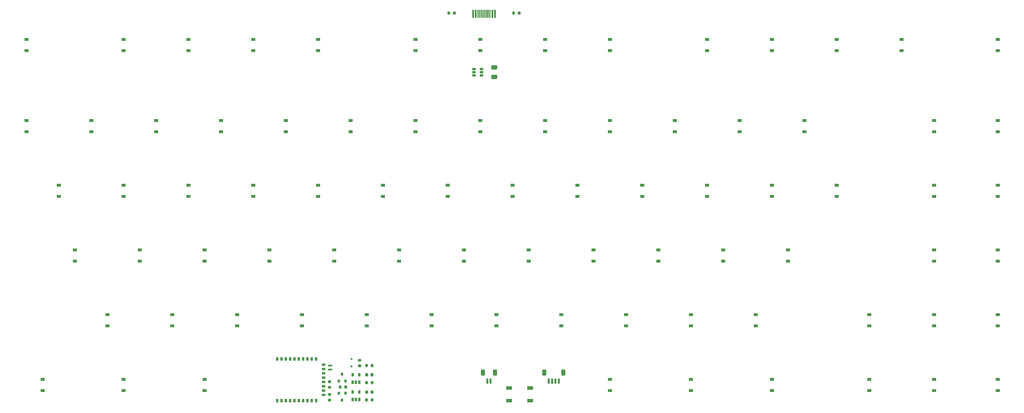
<source format=gbp>
G04 #@! TF.GenerationSoftware,KiCad,Pcbnew,(5.1.9)-1*
G04 #@! TF.CreationDate,2021-03-25T09:11:33+08:00*
G04 #@! TF.ProjectId,ridhaulakbar75,72696468-6175-46c6-916b-62617237352e,rev?*
G04 #@! TF.SameCoordinates,Original*
G04 #@! TF.FileFunction,Paste,Bot*
G04 #@! TF.FilePolarity,Positive*
%FSLAX46Y46*%
G04 Gerber Fmt 4.6, Leading zero omitted, Abs format (unit mm)*
G04 Created by KiCad (PCBNEW (5.1.9)-1) date 2021-03-25 09:11:33*
%MOMM*%
%LPD*%
G01*
G04 APERTURE LIST*
%ADD10R,0.600000X2.450000*%
%ADD11R,0.300000X2.450000*%
%ADD12R,1.060000X0.650000*%
%ADD13R,1.800000X1.100000*%
%ADD14R,0.800000X0.900000*%
%ADD15R,0.650000X1.060000*%
%ADD16R,1.200000X0.600000*%
%ADD17R,1.000000X0.650000*%
%ADD18R,0.650000X1.000000*%
%ADD19R,0.500000X0.500000*%
%ADD20R,1.200000X0.900000*%
G04 APERTURE END LIST*
D10*
X210393750Y-82807500D03*
X203943750Y-82807500D03*
X209618750Y-82807500D03*
X204718750Y-82807500D03*
D11*
X205418750Y-82807500D03*
X208918750Y-82807500D03*
X205918750Y-82807500D03*
X208418750Y-82807500D03*
X206418750Y-82807500D03*
X207918750Y-82807500D03*
X207418750Y-82807500D03*
X206918750Y-82807500D03*
D12*
X206459000Y-99949000D03*
X206459000Y-100899000D03*
X206459000Y-98999000D03*
X204259000Y-98999000D03*
X204259000Y-99949000D03*
X204259000Y-100899000D03*
G36*
G01*
X216268750Y-82275000D02*
X216268750Y-82825000D01*
G75*
G02*
X216068750Y-83025000I-200000J0D01*
G01*
X215668750Y-83025000D01*
G75*
G02*
X215468750Y-82825000I0J200000D01*
G01*
X215468750Y-82275000D01*
G75*
G02*
X215668750Y-82075000I200000J0D01*
G01*
X216068750Y-82075000D01*
G75*
G02*
X216268750Y-82275000I0J-200000D01*
G01*
G37*
G36*
G01*
X217918750Y-82275000D02*
X217918750Y-82825000D01*
G75*
G02*
X217718750Y-83025000I-200000J0D01*
G01*
X217318750Y-83025000D01*
G75*
G02*
X217118750Y-82825000I0J200000D01*
G01*
X217118750Y-82275000D01*
G75*
G02*
X217318750Y-82075000I200000J0D01*
G01*
X217718750Y-82075000D01*
G75*
G02*
X217918750Y-82275000I0J-200000D01*
G01*
G37*
G36*
G01*
X198068750Y-82825000D02*
X198068750Y-82275000D01*
G75*
G02*
X198268750Y-82075000I200000J0D01*
G01*
X198668750Y-82075000D01*
G75*
G02*
X198868750Y-82275000I0J-200000D01*
G01*
X198868750Y-82825000D01*
G75*
G02*
X198668750Y-83025000I-200000J0D01*
G01*
X198268750Y-83025000D01*
G75*
G02*
X198068750Y-82825000I0J200000D01*
G01*
G37*
G36*
G01*
X196418750Y-82825000D02*
X196418750Y-82275000D01*
G75*
G02*
X196618750Y-82075000I200000J0D01*
G01*
X197018750Y-82075000D01*
G75*
G02*
X197218750Y-82275000I0J-200000D01*
G01*
X197218750Y-82825000D01*
G75*
G02*
X197018750Y-83025000I-200000J0D01*
G01*
X196618750Y-83025000D01*
G75*
G02*
X196418750Y-82825000I0J200000D01*
G01*
G37*
G36*
G01*
X210810000Y-99174000D02*
X209560000Y-99174000D01*
G75*
G02*
X209310000Y-98924000I0J250000D01*
G01*
X209310000Y-98174000D01*
G75*
G02*
X209560000Y-97924000I250000J0D01*
G01*
X210810000Y-97924000D01*
G75*
G02*
X211060000Y-98174000I0J-250000D01*
G01*
X211060000Y-98924000D01*
G75*
G02*
X210810000Y-99174000I-250000J0D01*
G01*
G37*
G36*
G01*
X210810000Y-101974000D02*
X209560000Y-101974000D01*
G75*
G02*
X209310000Y-101724000I0J250000D01*
G01*
X209310000Y-100974000D01*
G75*
G02*
X209560000Y-100724000I250000J0D01*
G01*
X210810000Y-100724000D01*
G75*
G02*
X211060000Y-100974000I0J-250000D01*
G01*
X211060000Y-101724000D01*
G75*
G02*
X210810000Y-101974000I-250000J0D01*
G01*
G37*
D13*
X220754250Y-192968000D03*
X214554250Y-196668000D03*
X220754250Y-196668000D03*
X214554250Y-192968000D03*
G36*
G01*
X229479250Y-190287001D02*
X229479250Y-191537001D01*
G75*
G02*
X229329250Y-191687001I-150000J0D01*
G01*
X229029250Y-191687001D01*
G75*
G02*
X228879250Y-191537001I0J150000D01*
G01*
X228879250Y-190287001D01*
G75*
G02*
X229029250Y-190137001I150000J0D01*
G01*
X229329250Y-190137001D01*
G75*
G02*
X229479250Y-190287001I0J-150000D01*
G01*
G37*
G36*
G01*
X228479250Y-190287001D02*
X228479250Y-191537001D01*
G75*
G02*
X228329250Y-191687001I-150000J0D01*
G01*
X228029250Y-191687001D01*
G75*
G02*
X227879250Y-191537001I0J150000D01*
G01*
X227879250Y-190287001D01*
G75*
G02*
X228029250Y-190137001I150000J0D01*
G01*
X228329250Y-190137001D01*
G75*
G02*
X228479250Y-190287001I0J-150000D01*
G01*
G37*
G36*
G01*
X227479250Y-190287001D02*
X227479250Y-191537001D01*
G75*
G02*
X227329250Y-191687001I-150000J0D01*
G01*
X227029250Y-191687001D01*
G75*
G02*
X226879250Y-191537001I0J150000D01*
G01*
X226879250Y-190287001D01*
G75*
G02*
X227029250Y-190137001I150000J0D01*
G01*
X227329250Y-190137001D01*
G75*
G02*
X227479250Y-190287001I0J-150000D01*
G01*
G37*
G36*
G01*
X226479250Y-190287001D02*
X226479250Y-191537001D01*
G75*
G02*
X226329250Y-191687001I-150000J0D01*
G01*
X226029250Y-191687001D01*
G75*
G02*
X225879250Y-191537001I0J150000D01*
G01*
X225879250Y-190287001D01*
G75*
G02*
X226029250Y-190137001I150000J0D01*
G01*
X226329250Y-190137001D01*
G75*
G02*
X226479250Y-190287001I0J-150000D01*
G01*
G37*
G36*
G01*
X231079250Y-187737000D02*
X231079250Y-189037002D01*
G75*
G02*
X230829251Y-189287001I-249999J0D01*
G01*
X230129249Y-189287001D01*
G75*
G02*
X229879250Y-189037002I0J249999D01*
G01*
X229879250Y-187737000D01*
G75*
G02*
X230129249Y-187487001I249999J0D01*
G01*
X230829251Y-187487001D01*
G75*
G02*
X231079250Y-187737000I0J-249999D01*
G01*
G37*
G36*
G01*
X225479250Y-187737000D02*
X225479250Y-189037002D01*
G75*
G02*
X225229251Y-189287001I-249999J0D01*
G01*
X224529249Y-189287001D01*
G75*
G02*
X224279250Y-189037002I0J249999D01*
G01*
X224279250Y-187737000D01*
G75*
G02*
X224529249Y-187487001I249999J0D01*
G01*
X225229251Y-187487001D01*
G75*
G02*
X225479250Y-187737000I0J-249999D01*
G01*
G37*
G36*
G01*
X209429250Y-190287001D02*
X209429250Y-191537001D01*
G75*
G02*
X209279250Y-191687001I-150000J0D01*
G01*
X208979250Y-191687001D01*
G75*
G02*
X208829250Y-191537001I0J150000D01*
G01*
X208829250Y-190287001D01*
G75*
G02*
X208979250Y-190137001I150000J0D01*
G01*
X209279250Y-190137001D01*
G75*
G02*
X209429250Y-190287001I0J-150000D01*
G01*
G37*
G36*
G01*
X208429250Y-190287001D02*
X208429250Y-191537001D01*
G75*
G02*
X208279250Y-191687001I-150000J0D01*
G01*
X207979250Y-191687001D01*
G75*
G02*
X207829250Y-191537001I0J150000D01*
G01*
X207829250Y-190287001D01*
G75*
G02*
X207979250Y-190137001I150000J0D01*
G01*
X208279250Y-190137001D01*
G75*
G02*
X208429250Y-190287001I0J-150000D01*
G01*
G37*
G36*
G01*
X211029250Y-187737000D02*
X211029250Y-189037002D01*
G75*
G02*
X210779251Y-189287001I-249999J0D01*
G01*
X210079249Y-189287001D01*
G75*
G02*
X209829250Y-189037002I0J249999D01*
G01*
X209829250Y-187737000D01*
G75*
G02*
X210079249Y-187487001I249999J0D01*
G01*
X210779251Y-187487001D01*
G75*
G02*
X211029250Y-187737000I0J-249999D01*
G01*
G37*
G36*
G01*
X207429250Y-187737000D02*
X207429250Y-189037002D01*
G75*
G02*
X207179251Y-189287001I-249999J0D01*
G01*
X206479249Y-189287001D01*
G75*
G02*
X206229250Y-189037002I0J249999D01*
G01*
X206229250Y-187737000D01*
G75*
G02*
X206479249Y-187487001I249999J0D01*
G01*
X207179251Y-187487001D01*
G75*
G02*
X207429250Y-187737000I0J-249999D01*
G01*
G37*
D14*
X164531000Y-194454000D03*
X166431000Y-194454000D03*
X165481000Y-196454000D03*
X166431000Y-190865000D03*
X164531000Y-190865000D03*
X165481000Y-188865000D03*
D15*
X170495000Y-191270001D03*
X169545000Y-191270001D03*
X168595000Y-191270001D03*
X168595000Y-189070001D03*
X170495000Y-189070001D03*
X170495000Y-196354000D03*
X169545000Y-196354000D03*
X168595000Y-196354000D03*
X168595000Y-194154000D03*
X170495000Y-194154000D03*
D16*
X161968000Y-186330001D03*
X161968000Y-187530001D03*
D17*
X160020000Y-191110000D03*
X160020000Y-194920000D03*
X160020000Y-189840000D03*
X160020000Y-188570000D03*
X160020000Y-187300000D03*
X160020000Y-192380000D03*
X160020000Y-186030000D03*
X160020000Y-193650000D03*
D18*
X157801000Y-196619000D03*
X156531000Y-196619000D03*
X151451000Y-196619000D03*
X155261000Y-196619000D03*
X150181000Y-196619000D03*
X148911000Y-196619000D03*
X147641000Y-196619000D03*
X152721000Y-196619000D03*
X146371000Y-196619000D03*
X153991000Y-196619000D03*
X146371000Y-184381000D03*
X147641000Y-184381000D03*
X148911000Y-184381000D03*
X150181000Y-184381000D03*
X151451000Y-184381000D03*
X152721000Y-184381000D03*
X153991000Y-184381000D03*
X155261000Y-184381000D03*
X156531000Y-184381000D03*
X157801000Y-184381000D03*
G36*
G01*
X170340000Y-184341000D02*
X170890000Y-184341000D01*
G75*
G02*
X171090000Y-184541000I0J-200000D01*
G01*
X171090000Y-184941000D01*
G75*
G02*
X170890000Y-185141000I-200000J0D01*
G01*
X170340000Y-185141000D01*
G75*
G02*
X170140000Y-184941000I0J200000D01*
G01*
X170140000Y-184541000D01*
G75*
G02*
X170340000Y-184341000I200000J0D01*
G01*
G37*
G36*
G01*
X170340000Y-185991000D02*
X170890000Y-185991000D01*
G75*
G02*
X171090000Y-186191000I0J-200000D01*
G01*
X171090000Y-186591000D01*
G75*
G02*
X170890000Y-186791000I-200000J0D01*
G01*
X170340000Y-186791000D01*
G75*
G02*
X170140000Y-186591000I0J200000D01*
G01*
X170140000Y-186191000D01*
G75*
G02*
X170340000Y-185991000I200000J0D01*
G01*
G37*
G36*
G01*
X172257000Y-196699000D02*
X172257000Y-196149000D01*
G75*
G02*
X172457000Y-195949000I200000J0D01*
G01*
X172857000Y-195949000D01*
G75*
G02*
X173057000Y-196149000I0J-200000D01*
G01*
X173057000Y-196699000D01*
G75*
G02*
X172857000Y-196899000I-200000J0D01*
G01*
X172457000Y-196899000D01*
G75*
G02*
X172257000Y-196699000I0J200000D01*
G01*
G37*
G36*
G01*
X173907000Y-196699000D02*
X173907000Y-196149000D01*
G75*
G02*
X174107000Y-195949000I200000J0D01*
G01*
X174507000Y-195949000D01*
G75*
G02*
X174707000Y-196149000I0J-200000D01*
G01*
X174707000Y-196699000D01*
G75*
G02*
X174507000Y-196899000I-200000J0D01*
G01*
X174107000Y-196899000D01*
G75*
G02*
X173907000Y-196699000I0J200000D01*
G01*
G37*
G36*
G01*
X172257000Y-186591000D02*
X172257000Y-186041000D01*
G75*
G02*
X172457000Y-185841000I200000J0D01*
G01*
X172857000Y-185841000D01*
G75*
G02*
X173057000Y-186041000I0J-200000D01*
G01*
X173057000Y-186591000D01*
G75*
G02*
X172857000Y-186791000I-200000J0D01*
G01*
X172457000Y-186791000D01*
G75*
G02*
X172257000Y-186591000I0J200000D01*
G01*
G37*
G36*
G01*
X173907000Y-186591000D02*
X173907000Y-186041000D01*
G75*
G02*
X174107000Y-185841000I200000J0D01*
G01*
X174507000Y-185841000D01*
G75*
G02*
X174707000Y-186041000I0J-200000D01*
G01*
X174707000Y-186591000D01*
G75*
G02*
X174507000Y-186791000I-200000J0D01*
G01*
X174107000Y-186791000D01*
G75*
G02*
X173907000Y-186591000I0J200000D01*
G01*
G37*
G36*
G01*
X166960000Y-192384000D02*
X166960000Y-192934000D01*
G75*
G02*
X166760000Y-193134000I-200000J0D01*
G01*
X166360000Y-193134000D01*
G75*
G02*
X166160000Y-192934000I0J200000D01*
G01*
X166160000Y-192384000D01*
G75*
G02*
X166360000Y-192184000I200000J0D01*
G01*
X166760000Y-192184000D01*
G75*
G02*
X166960000Y-192384000I0J-200000D01*
G01*
G37*
G36*
G01*
X165310000Y-192384000D02*
X165310000Y-192934000D01*
G75*
G02*
X165110000Y-193134000I-200000J0D01*
G01*
X164710000Y-193134000D01*
G75*
G02*
X164510000Y-192934000I0J200000D01*
G01*
X164510000Y-192384000D01*
G75*
G02*
X164710000Y-192184000I200000J0D01*
G01*
X165110000Y-192184000D01*
G75*
G02*
X165310000Y-192384000I0J-200000D01*
G01*
G37*
G36*
G01*
X162073000Y-193134000D02*
X161523000Y-193134000D01*
G75*
G02*
X161323000Y-192934000I0J200000D01*
G01*
X161323000Y-192534000D01*
G75*
G02*
X161523000Y-192334000I200000J0D01*
G01*
X162073000Y-192334000D01*
G75*
G02*
X162273000Y-192534000I0J-200000D01*
G01*
X162273000Y-192934000D01*
G75*
G02*
X162073000Y-193134000I-200000J0D01*
G01*
G37*
G36*
G01*
X162073000Y-191484000D02*
X161523000Y-191484000D01*
G75*
G02*
X161323000Y-191284000I0J200000D01*
G01*
X161323000Y-190884000D01*
G75*
G02*
X161523000Y-190684000I200000J0D01*
G01*
X162073000Y-190684000D01*
G75*
G02*
X162273000Y-190884000I0J-200000D01*
G01*
X162273000Y-191284000D01*
G75*
G02*
X162073000Y-191484000I-200000J0D01*
G01*
G37*
G36*
G01*
X172257000Y-191615001D02*
X172257000Y-191065001D01*
G75*
G02*
X172457000Y-190865001I200000J0D01*
G01*
X172857000Y-190865001D01*
G75*
G02*
X173057000Y-191065001I0J-200000D01*
G01*
X173057000Y-191615001D01*
G75*
G02*
X172857000Y-191815001I-200000J0D01*
G01*
X172457000Y-191815001D01*
G75*
G02*
X172257000Y-191615001I0J200000D01*
G01*
G37*
G36*
G01*
X173907000Y-191615001D02*
X173907000Y-191065001D01*
G75*
G02*
X174107000Y-190865001I200000J0D01*
G01*
X174507000Y-190865001D01*
G75*
G02*
X174707000Y-191065001I0J-200000D01*
G01*
X174707000Y-191615001D01*
G75*
G02*
X174507000Y-191815001I-200000J0D01*
G01*
X174107000Y-191815001D01*
G75*
G02*
X173907000Y-191615001I0J200000D01*
G01*
G37*
G36*
G01*
X162073000Y-196899000D02*
X161523000Y-196899000D01*
G75*
G02*
X161323000Y-196699000I0J200000D01*
G01*
X161323000Y-196299000D01*
G75*
G02*
X161523000Y-196099000I200000J0D01*
G01*
X162073000Y-196099000D01*
G75*
G02*
X162273000Y-196299000I0J-200000D01*
G01*
X162273000Y-196699000D01*
G75*
G02*
X162073000Y-196899000I-200000J0D01*
G01*
G37*
G36*
G01*
X162073000Y-195249000D02*
X161523000Y-195249000D01*
G75*
G02*
X161323000Y-195049000I0J200000D01*
G01*
X161323000Y-194649000D01*
G75*
G02*
X161523000Y-194449000I200000J0D01*
G01*
X162073000Y-194449000D01*
G75*
G02*
X162273000Y-194649000I0J-200000D01*
G01*
X162273000Y-195049000D01*
G75*
G02*
X162073000Y-195249000I-200000J0D01*
G01*
G37*
G36*
G01*
X174707000Y-193867750D02*
X174707000Y-194380250D01*
G75*
G02*
X174488250Y-194599000I-218750J0D01*
G01*
X174050750Y-194599000D01*
G75*
G02*
X173832000Y-194380250I0J218750D01*
G01*
X173832000Y-193867750D01*
G75*
G02*
X174050750Y-193649000I218750J0D01*
G01*
X174488250Y-193649000D01*
G75*
G02*
X174707000Y-193867750I0J-218750D01*
G01*
G37*
G36*
G01*
X173132000Y-193867750D02*
X173132000Y-194380250D01*
G75*
G02*
X172913250Y-194599000I-218750J0D01*
G01*
X172475750Y-194599000D01*
G75*
G02*
X172257000Y-194380250I0J218750D01*
G01*
X172257000Y-193867750D01*
G75*
G02*
X172475750Y-193649000I218750J0D01*
G01*
X172913250Y-193649000D01*
G75*
G02*
X173132000Y-193867750I0J-218750D01*
G01*
G37*
D19*
X168275000Y-186546000D03*
X168275000Y-184346000D03*
G36*
G01*
X174707000Y-188783751D02*
X174707000Y-189296251D01*
G75*
G02*
X174488250Y-189515001I-218750J0D01*
G01*
X174050750Y-189515001D01*
G75*
G02*
X173832000Y-189296251I0J218750D01*
G01*
X173832000Y-188783751D01*
G75*
G02*
X174050750Y-188565001I218750J0D01*
G01*
X174488250Y-188565001D01*
G75*
G02*
X174707000Y-188783751I0J-218750D01*
G01*
G37*
G36*
G01*
X173132000Y-188783751D02*
X173132000Y-189296251D01*
G75*
G02*
X172913250Y-189515001I-218750J0D01*
G01*
X172475750Y-189515001D01*
G75*
G02*
X172257000Y-189296251I0J218750D01*
G01*
X172257000Y-188783751D01*
G75*
G02*
X172475750Y-188565001I218750J0D01*
G01*
X172913250Y-188565001D01*
G75*
G02*
X173132000Y-188783751I0J-218750D01*
G01*
G37*
D20*
X358140000Y-190350001D03*
X358140000Y-193650001D03*
X358140000Y-171300001D03*
X358140000Y-174600001D03*
X358140000Y-155550001D03*
X358140000Y-152250001D03*
X358140000Y-136500001D03*
X358140000Y-133200001D03*
X358140000Y-117450001D03*
X358140000Y-114150001D03*
X358140000Y-93637501D03*
X358140000Y-90337501D03*
X339418750Y-190350001D03*
X339418750Y-193650001D03*
X339418750Y-171300001D03*
X339418750Y-174600001D03*
X339418750Y-136500001D03*
X339418750Y-133200001D03*
X339418750Y-117450001D03*
X339418750Y-114150001D03*
X320368750Y-190350001D03*
X320368750Y-193650001D03*
X320368750Y-171300001D03*
X320368750Y-174600001D03*
X339418750Y-155550001D03*
X339418750Y-152250001D03*
X310843750Y-136500001D03*
X310843750Y-133200001D03*
X301318750Y-117450001D03*
X301318750Y-114150001D03*
X329893750Y-93637501D03*
X329893750Y-90337501D03*
X291793750Y-190350001D03*
X291793750Y-193650001D03*
X287031250Y-171300001D03*
X287031250Y-174600001D03*
X296556250Y-155550001D03*
X296556250Y-152250001D03*
X291793750Y-136500001D03*
X291793750Y-133200001D03*
X282268750Y-117450001D03*
X282268750Y-114150001D03*
X310843750Y-93637501D03*
X310843750Y-90337501D03*
X267981250Y-171300001D03*
X267981250Y-174600001D03*
X277506250Y-155550001D03*
X277506250Y-152250001D03*
X272743750Y-136500001D03*
X272743750Y-133200001D03*
X263218750Y-117450001D03*
X263218750Y-114150001D03*
X291793750Y-93637501D03*
X291793750Y-90337501D03*
X267981250Y-190350001D03*
X267981250Y-193650001D03*
X248931250Y-171300001D03*
X248931250Y-174600001D03*
X258456250Y-155550001D03*
X258456250Y-152250001D03*
X253693750Y-136500001D03*
X253693750Y-133200001D03*
X244168750Y-117450001D03*
X244168750Y-114150001D03*
X272743750Y-93637501D03*
X272743750Y-90337501D03*
X229881250Y-171300001D03*
X229881250Y-174600001D03*
X239406250Y-155550001D03*
X239406250Y-152250001D03*
X234643750Y-136500001D03*
X234643750Y-133200001D03*
X225118750Y-117450001D03*
X225118750Y-114150001D03*
X244168750Y-93637501D03*
X244168750Y-90337501D03*
X210831250Y-171300001D03*
X210831250Y-174600001D03*
X220356250Y-155550001D03*
X220356250Y-152250001D03*
X215593750Y-136500001D03*
X215593750Y-133200001D03*
X206068750Y-117450001D03*
X206068750Y-114150001D03*
X225118750Y-93637501D03*
X225118750Y-90337501D03*
X244168750Y-190350001D03*
X244168750Y-193650001D03*
X191781250Y-171300001D03*
X191781250Y-174600001D03*
X201306250Y-155550001D03*
X201306250Y-152250001D03*
X196543750Y-136500001D03*
X196543750Y-133200001D03*
X187018750Y-117450001D03*
X187018750Y-114150001D03*
X206068750Y-93637501D03*
X206068750Y-90337501D03*
X172731250Y-171300001D03*
X172731250Y-174600001D03*
X182256250Y-155550001D03*
X182256250Y-152250001D03*
X177493750Y-136500001D03*
X177493750Y-133200001D03*
X167968750Y-117450001D03*
X167968750Y-114150001D03*
X187018750Y-93637501D03*
X187018750Y-90337501D03*
X125106250Y-190350001D03*
X125106250Y-193650001D03*
X153681250Y-171300001D03*
X153681250Y-174600001D03*
X163206250Y-155550001D03*
X163206250Y-152250001D03*
X158443750Y-136500001D03*
X158443750Y-133200001D03*
X148918750Y-117450001D03*
X148918750Y-114150001D03*
X158443750Y-93637501D03*
X158443750Y-90337501D03*
X134631250Y-171300001D03*
X134631250Y-174600001D03*
X144156250Y-155550001D03*
X144156250Y-152250001D03*
X139393750Y-136500001D03*
X139393750Y-133200001D03*
X129868750Y-117450001D03*
X129868750Y-114150001D03*
X139393750Y-93637501D03*
X139393750Y-90337501D03*
X101293750Y-190350001D03*
X101293750Y-193650001D03*
X115581250Y-171300001D03*
X115581250Y-174600001D03*
X125106250Y-155550001D03*
X125106250Y-152250001D03*
X120343750Y-136500001D03*
X120343750Y-133200001D03*
X110818750Y-117450001D03*
X110818750Y-114150001D03*
X120343750Y-93637501D03*
X120343750Y-90337501D03*
X106056250Y-155550001D03*
X106056250Y-152250001D03*
X101293750Y-136500001D03*
X101293750Y-133200001D03*
X91768750Y-117450001D03*
X91768750Y-114150001D03*
X101293750Y-93637501D03*
X101293750Y-90337501D03*
X77481250Y-190350001D03*
X77481250Y-193650001D03*
X96531250Y-171300001D03*
X96531250Y-174600001D03*
X87006250Y-155550001D03*
X87006250Y-152250001D03*
X82243750Y-136500001D03*
X82243750Y-133200001D03*
X72718750Y-117450001D03*
X72718750Y-114150001D03*
X72718750Y-93637501D03*
X72718750Y-90337501D03*
M02*

</source>
